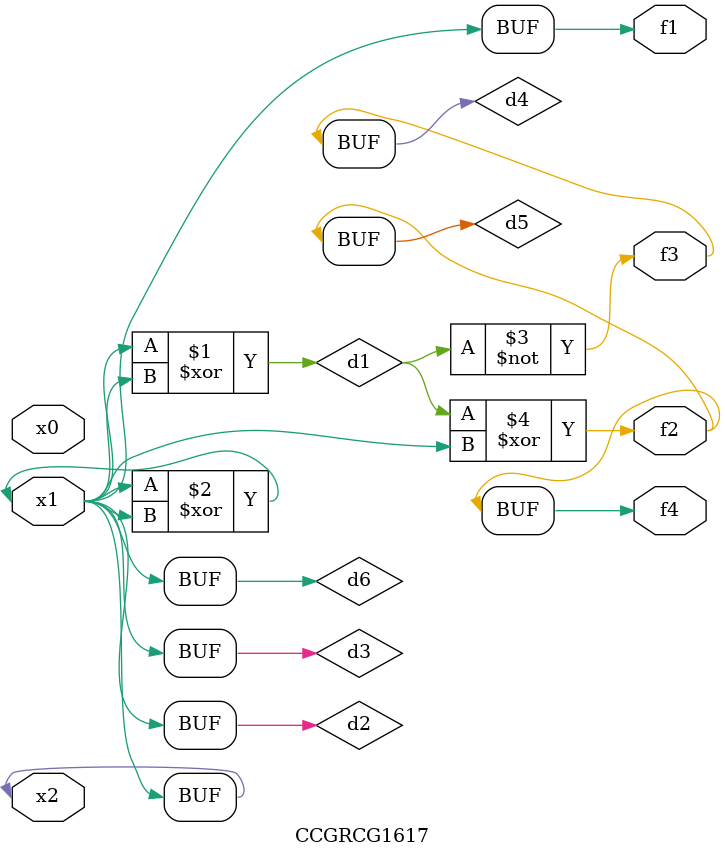
<source format=v>
module CCGRCG1617(
	input x0, x1, x2,
	output f1, f2, f3, f4
);

	wire d1, d2, d3, d4, d5, d6;

	xor (d1, x1, x2);
	buf (d2, x1, x2);
	xor (d3, x1, x2);
	nor (d4, d1);
	xor (d5, d1, d2);
	buf (d6, d2, d3);
	assign f1 = d6;
	assign f2 = d5;
	assign f3 = d4;
	assign f4 = d5;
endmodule

</source>
